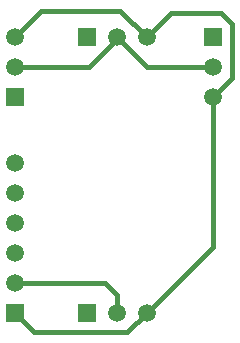
<source format=gbl>
G04 Layer_Physical_Order=2*
G04 Layer_Color=16711680*
%FSLAX25Y25*%
%MOIN*%
G70*
G01*
G75*
%ADD11C,0.01800*%
%ADD12R,0.05906X0.05906*%
%ADD13C,0.05906*%
%ADD14R,0.05906X0.05906*%
D11*
X108000Y112000D02*
X114400Y105600D01*
X145600D01*
X152000Y112000D01*
X108000Y204000D02*
X116700Y212700D01*
X143300D01*
X152000Y204000D01*
Y112000D02*
X174000Y134000D01*
Y184000D01*
X152000Y204000D02*
X160000Y212000D01*
X176714D01*
X174000Y184000D02*
X180400Y190400D01*
X176714Y212000D02*
X180400Y208314D01*
Y190400D02*
Y208314D01*
X108000Y122000D02*
X138000D01*
X142000Y118000D01*
X108000Y194000D02*
X132714D01*
X142000Y203286D01*
Y112000D02*
Y118000D01*
Y203286D02*
Y204000D01*
X152000Y194000D01*
X174000D01*
D12*
Y204000D02*
D03*
X108000Y184000D02*
D03*
Y112000D02*
D03*
D13*
X174000Y194000D02*
D03*
Y184000D02*
D03*
X142000Y204000D02*
D03*
X152000D02*
D03*
X108000Y194000D02*
D03*
Y204000D02*
D03*
X142000Y112000D02*
D03*
X152000D02*
D03*
X108000Y122000D02*
D03*
Y132000D02*
D03*
Y142000D02*
D03*
Y152000D02*
D03*
Y162000D02*
D03*
D14*
X132000Y204000D02*
D03*
Y112000D02*
D03*
M02*

</source>
